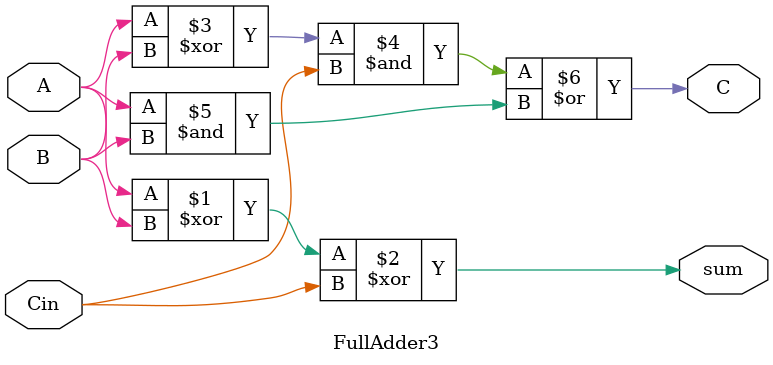
<source format=v>
module FullAdder3(A,B,Cin,sum,C);                                                                            
	input A,B,Cin;
	output sum,C;
	
	assign sum = A ^ B ^ Cin;
	assign C = ((A ^ B)&Cin) | (A&B);
	
endmodule

</source>
